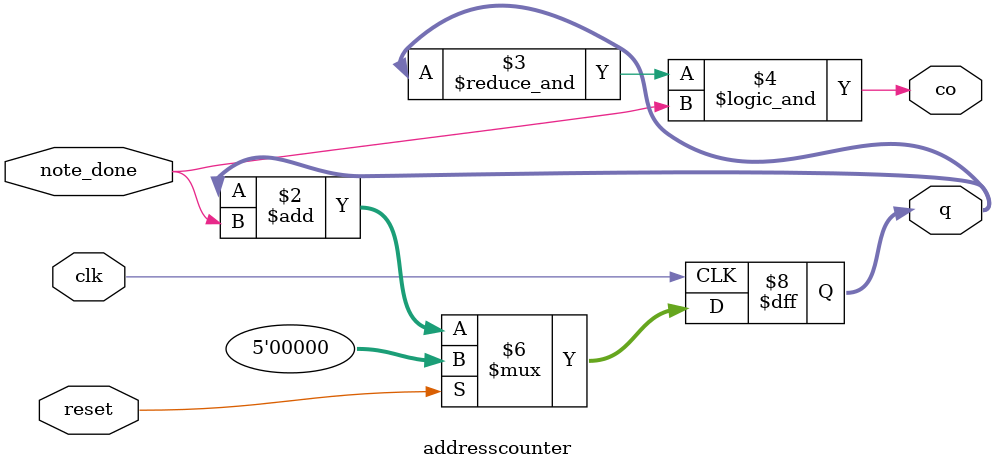
<source format=v>
module addresscounter(q,co,clk,reset,note_done);
  parameter N=5;
  output [N:1]q;
  output co;
  input clk,reset,note_done;
  reg [N:1]q;
  always@(posedge clk)
    begin
      if(reset) q<=0;
      else
        q<=q+note_done;
      end
  assign co=&q&&note_done;
endmodule
</source>
